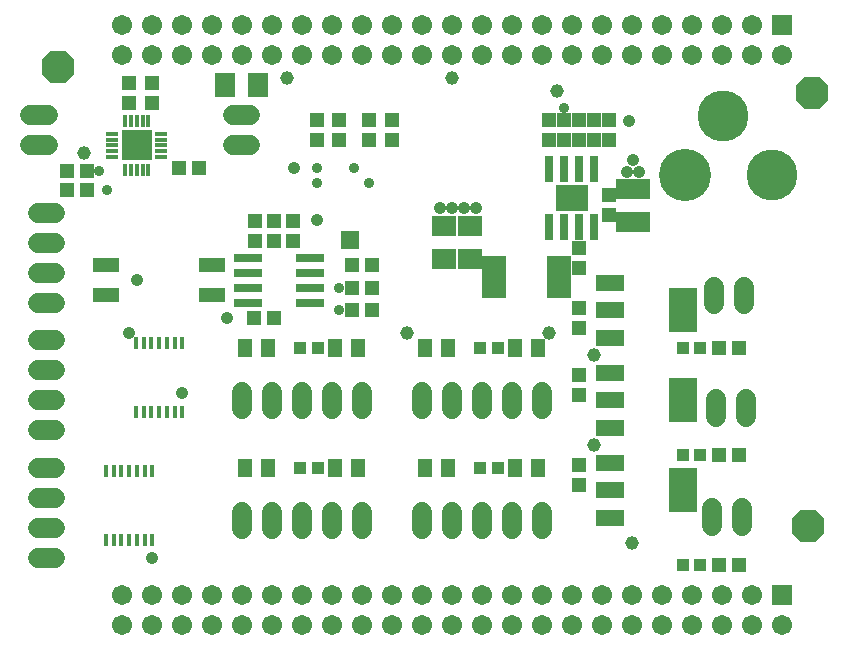
<source format=gts>
G75*
%MOIN*%
%OFA0B0*%
%FSLAX24Y24*%
%IPPOS*%
%LPD*%
%AMOC8*
5,1,8,0,0,1.08239X$1,22.5*
%
%ADD10R,0.0177X0.0394*%
%ADD11R,0.0671X0.0671*%
%ADD12C,0.0671*%
%ADD13C,0.1740*%
%ADD14C,0.1700*%
%ADD15R,0.1143X0.0710*%
%ADD16R,0.0474X0.0513*%
%ADD17R,0.0300X0.0860*%
%ADD18R,0.1060X0.0870*%
%ADD19R,0.0513X0.0474*%
%ADD20R,0.0808X0.1419*%
%ADD21R,0.0789X0.0710*%
%ADD22C,0.0671*%
%ADD23R,0.0513X0.0631*%
%ADD24R,0.0960X0.0560*%
%ADD25R,0.0946X0.1497*%
%ADD26R,0.0395X0.0395*%
%ADD27R,0.0946X0.0316*%
%ADD28R,0.0870X0.0510*%
%ADD29R,0.0631X0.0631*%
%ADD30OC8,0.1085*%
%ADD31R,0.1024X0.1024*%
%ADD32R,0.0157X0.0433*%
%ADD33R,0.0433X0.0157*%
%ADD34R,0.0710X0.0790*%
%ADD35C,0.0417*%
%ADD36C,0.0350*%
%ADD37C,0.0456*%
D10*
X004182Y004098D03*
X004438Y004098D03*
X004694Y004098D03*
X004950Y004098D03*
X005206Y004098D03*
X005462Y004098D03*
X005718Y004098D03*
X005718Y006402D03*
X005462Y006402D03*
X005206Y006402D03*
X004950Y006402D03*
X004694Y006402D03*
X004438Y006402D03*
X004182Y006402D03*
X005182Y008348D03*
X005438Y008348D03*
X005694Y008348D03*
X005950Y008348D03*
X006206Y008348D03*
X006462Y008348D03*
X006718Y008348D03*
X006718Y010652D03*
X006462Y010652D03*
X006206Y010652D03*
X005950Y010652D03*
X005694Y010652D03*
X005438Y010652D03*
X005182Y010652D03*
D11*
X026700Y002250D03*
X026700Y021250D03*
D12*
X004700Y001250D03*
X005700Y001250D03*
X006700Y001250D03*
X007700Y001250D03*
X008700Y001250D03*
X009700Y001250D03*
X010700Y001250D03*
X011700Y001250D03*
X012700Y001250D03*
X013700Y001250D03*
X014700Y001250D03*
X015700Y001250D03*
X016700Y001250D03*
X017700Y001250D03*
X018700Y001250D03*
X019700Y001250D03*
X020700Y001250D03*
X021700Y001250D03*
X022700Y001250D03*
X023700Y001250D03*
X024700Y001250D03*
X025700Y001250D03*
X026700Y001250D03*
X025700Y002250D03*
X024700Y002250D03*
X023700Y002250D03*
X022700Y002250D03*
X021700Y002250D03*
X020700Y002250D03*
X019700Y002250D03*
X018700Y002250D03*
X017700Y002250D03*
X016700Y002250D03*
X015700Y002250D03*
X014700Y002250D03*
X013700Y002250D03*
X012700Y002250D03*
X011700Y002250D03*
X010700Y002250D03*
X009700Y002250D03*
X008700Y002250D03*
X007700Y002250D03*
X006700Y002250D03*
X005700Y002250D03*
X004700Y002250D03*
X004700Y020250D03*
X005700Y020250D03*
X006700Y020250D03*
X007700Y020250D03*
X008700Y020250D03*
X009700Y020250D03*
X010700Y020250D03*
X011700Y020250D03*
X012700Y020250D03*
X013700Y020250D03*
X014700Y020250D03*
X015700Y020250D03*
X016700Y020250D03*
X017700Y020250D03*
X018700Y020250D03*
X019700Y020250D03*
X020700Y020250D03*
X021700Y020250D03*
X022700Y020250D03*
X023700Y020250D03*
X024700Y020250D03*
X025700Y020250D03*
X026700Y020250D03*
X025700Y021250D03*
X024700Y021250D03*
X023700Y021250D03*
X022700Y021250D03*
X021700Y021250D03*
X020700Y021250D03*
X019700Y021250D03*
X018700Y021250D03*
X017700Y021250D03*
X016700Y021250D03*
X015700Y021250D03*
X014700Y021250D03*
X013700Y021250D03*
X012700Y021250D03*
X011700Y021250D03*
X010700Y021250D03*
X009700Y021250D03*
X008700Y021250D03*
X007700Y021250D03*
X006700Y021250D03*
X005700Y021250D03*
X004700Y021250D03*
D13*
X023486Y016250D03*
D14*
X026369Y016260D03*
X024737Y018231D03*
D15*
X021750Y015801D03*
X021750Y014699D03*
D16*
X020950Y014915D03*
X020950Y015585D03*
X019950Y013835D03*
X019950Y013165D03*
X024615Y010500D03*
X025285Y010500D03*
X025285Y006933D03*
X024615Y006933D03*
X024615Y003250D03*
X025285Y003250D03*
X013035Y011750D03*
X012365Y011750D03*
X012365Y012500D03*
X013035Y012500D03*
X013035Y013250D03*
X012365Y013250D03*
X018950Y017415D03*
X019450Y017415D03*
X019450Y018085D03*
X018950Y018085D03*
X005700Y018665D03*
X004950Y018665D03*
X004950Y019335D03*
X005700Y019335D03*
X003535Y016385D03*
X002865Y016385D03*
X002865Y015750D03*
X003535Y015750D03*
D17*
X018950Y016470D03*
X019450Y016470D03*
X019950Y016470D03*
X020450Y016470D03*
X020450Y014530D03*
X019950Y014530D03*
X019450Y014530D03*
X018950Y014530D03*
D18*
X019700Y015500D03*
D19*
X019950Y017415D03*
X020450Y017415D03*
X020950Y017415D03*
X020950Y018085D03*
X020450Y018085D03*
X019950Y018085D03*
X013700Y018085D03*
X012950Y018085D03*
X012950Y017415D03*
X013700Y017415D03*
X011950Y017415D03*
X011200Y017415D03*
X011200Y018085D03*
X011950Y018085D03*
X007285Y016500D03*
X006615Y016500D03*
X009133Y014735D03*
X009768Y014735D03*
X010403Y014735D03*
X010403Y014065D03*
X009768Y014065D03*
X009133Y014065D03*
X009115Y011500D03*
X009785Y011500D03*
X019950Y011165D03*
X019950Y011835D03*
X019950Y009585D03*
X019950Y008915D03*
X019950Y006585D03*
X019950Y005915D03*
D20*
X019263Y012868D03*
X017098Y012868D03*
D21*
X016300Y013449D03*
X015450Y013449D03*
X015450Y014551D03*
X016300Y014551D03*
D22*
X008995Y017250D02*
X008405Y017250D01*
X008405Y018250D02*
X008995Y018250D01*
X002495Y015000D02*
X001905Y015000D01*
X001905Y014000D02*
X002495Y014000D01*
X002495Y013000D02*
X001905Y013000D01*
X001905Y012000D02*
X002495Y012000D01*
X002495Y010750D02*
X001905Y010750D01*
X001905Y009750D02*
X002495Y009750D01*
X002495Y008750D02*
X001905Y008750D01*
X001905Y007750D02*
X002495Y007750D01*
X002495Y006500D02*
X001905Y006500D01*
X001905Y005500D02*
X002495Y005500D01*
X002495Y004500D02*
X001905Y004500D01*
X001905Y003500D02*
X002495Y003500D01*
X008700Y004455D02*
X008700Y005045D01*
X009700Y005045D02*
X009700Y004455D01*
X010700Y004455D02*
X010700Y005045D01*
X011700Y005045D02*
X011700Y004455D01*
X012700Y004455D02*
X012700Y005045D01*
X014700Y005045D02*
X014700Y004455D01*
X015700Y004455D02*
X015700Y005045D01*
X016700Y005045D02*
X016700Y004455D01*
X017700Y004455D02*
X017700Y005045D01*
X018700Y005045D02*
X018700Y004455D01*
X024383Y004570D02*
X024383Y005160D01*
X025383Y005160D02*
X025383Y004570D01*
X025500Y008199D02*
X025500Y008790D01*
X024500Y008790D02*
X024500Y008199D01*
X024450Y011955D02*
X024450Y012545D01*
X025450Y012545D02*
X025450Y011955D01*
X018700Y009045D02*
X018700Y008455D01*
X017700Y008455D02*
X017700Y009045D01*
X016700Y009045D02*
X016700Y008455D01*
X015700Y008455D02*
X015700Y009045D01*
X014700Y009045D02*
X014700Y008455D01*
X012700Y008455D02*
X012700Y009045D01*
X011700Y009045D02*
X011700Y008455D01*
X010700Y008455D02*
X010700Y009045D01*
X009700Y009045D02*
X009700Y008455D01*
X008700Y008455D02*
X008700Y009045D01*
X002245Y017250D02*
X001655Y017250D01*
X001655Y018250D02*
X002245Y018250D01*
D23*
X008806Y010500D03*
X009594Y010500D03*
X011806Y010500D03*
X012594Y010500D03*
X014806Y010500D03*
X015594Y010500D03*
X017806Y010500D03*
X018594Y010500D03*
X018594Y006500D03*
X017806Y006500D03*
X015594Y006500D03*
X014806Y006500D03*
X012594Y006500D03*
X011806Y006500D03*
X009594Y006500D03*
X008806Y006500D03*
D24*
X020980Y006660D03*
X020980Y005750D03*
X020980Y004840D03*
X020980Y007840D03*
X020980Y008750D03*
X020980Y009660D03*
X020980Y010840D03*
X020980Y011750D03*
X020980Y012660D03*
D25*
X023420Y011750D03*
X023420Y008750D03*
X023420Y005750D03*
D26*
X023405Y006933D03*
X023995Y006933D03*
X023995Y010500D03*
X023405Y010500D03*
X017245Y010500D03*
X016655Y010500D03*
X011245Y010500D03*
X010655Y010500D03*
X010655Y006500D03*
X011245Y006500D03*
X016655Y006500D03*
X017245Y006500D03*
X023405Y003250D03*
X023995Y003250D03*
D27*
X010974Y012000D03*
X010974Y012500D03*
X010974Y013000D03*
X010974Y013500D03*
X008926Y013500D03*
X008926Y013000D03*
X008926Y012500D03*
X008926Y012000D03*
D28*
X007720Y012250D03*
X007720Y013250D03*
X004180Y013250D03*
X004180Y012250D03*
D29*
X012300Y014100D03*
D30*
X002574Y019851D03*
X027700Y019000D03*
X027581Y004565D03*
D31*
X005200Y017250D03*
D32*
X005200Y016423D03*
X005003Y016423D03*
X004806Y016423D03*
X005397Y016423D03*
X005594Y016423D03*
X005594Y018077D03*
X005397Y018077D03*
X005200Y018077D03*
X005003Y018077D03*
X004806Y018077D03*
D33*
X004373Y017644D03*
X004373Y017447D03*
X004373Y017250D03*
X004373Y017053D03*
X004373Y016856D03*
X006027Y016856D03*
X006027Y017053D03*
X006027Y017250D03*
X006027Y017447D03*
X006027Y017644D03*
D34*
X008140Y019250D03*
X009260Y019250D03*
D35*
X010450Y016500D03*
X011200Y014750D03*
X015300Y015150D03*
X015700Y015150D03*
X016100Y015150D03*
X016500Y015150D03*
X019500Y015250D03*
X019900Y015250D03*
X019900Y015650D03*
X019500Y015650D03*
X021550Y016350D03*
X021950Y016350D03*
X021750Y016750D03*
X021600Y018050D03*
X008200Y011500D03*
X005200Y012750D03*
X004950Y011000D03*
X006700Y009000D03*
X005700Y003500D03*
D36*
X011950Y011750D03*
X011950Y012500D03*
X011200Y016000D03*
X011200Y016500D03*
X012450Y016500D03*
X012950Y016000D03*
X019450Y018500D03*
X004200Y015750D03*
X003950Y016385D03*
D37*
X003450Y017000D03*
X010200Y019500D03*
X015700Y019500D03*
X019200Y019068D03*
X018950Y011000D03*
X020450Y010250D03*
X020450Y007250D03*
X021700Y004000D03*
X014200Y011000D03*
M02*

</source>
